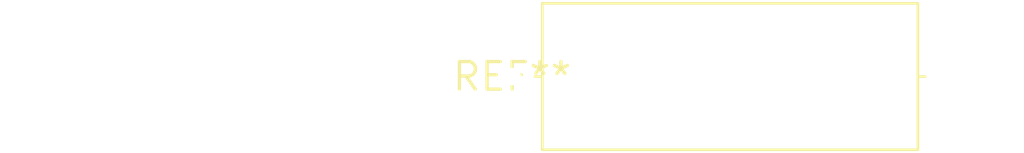
<source format=kicad_pcb>
(kicad_pcb (version 20240108) (generator pcbnew)
  (layers (0 "F.Cu" signal) (31 "B.Cu" signal) (34 "B.Paste" user) (35 "F.Paste" user) (36 "B.SilkS" user "B.Silkscreen") (37 "F.SilkS" user "F.Silkscreen") (38 "B.Mask" user) (39 "F.Mask" user) (44 "Edge.Cuts" user))
  (net 0 "")
  (footprint "C_Axial_L17.0mm_D6.5mm_P20.00mm_Horizontal" (layer "F.Cu") (at 0 0)
    (property "Reference" "REF**")
    (property "Value" "C_Axial_L17.0mm_D6.5mm_P20.00mm_Horizontal")
    (fp_line (start 1.04 0) (end 1.38 0) (layer "F.SilkS") (stroke (width 0.12)))
    (fp_line (start 1.38 -3.37) (end 1.38 3.37) (layer "F.SilkS") (stroke (width 0.12)))
    (fp_line (start 1.38 3.37) (end 18.62 3.37) (layer "F.SilkS") (stroke (width 0.12)))
    (fp_line (start 18.62 -3.37) (end 1.38 -3.37) (layer "F.SilkS") (stroke (width 0.12)))
    (fp_line (start 18.62 3.37) (end 18.62 -3.37) (layer "F.SilkS") (stroke (width 0.12)))
    (fp_line (start 18.96 0) (end 18.62 0) (layer "F.SilkS") (stroke (width 0.12)))
    (pad "1" thru_hole circle (at 0 0) (size 1.6 1.6) (drill 0.8) (layers *.Cu *.Mask) (remove_unused_layers))
    (pad "2" thru_hole oval (at 20 0) (size 1.6 1.6) (drill 0.8) (layers *.Cu *.Mask) (remove_unused_layers))
  )
)
</source>
